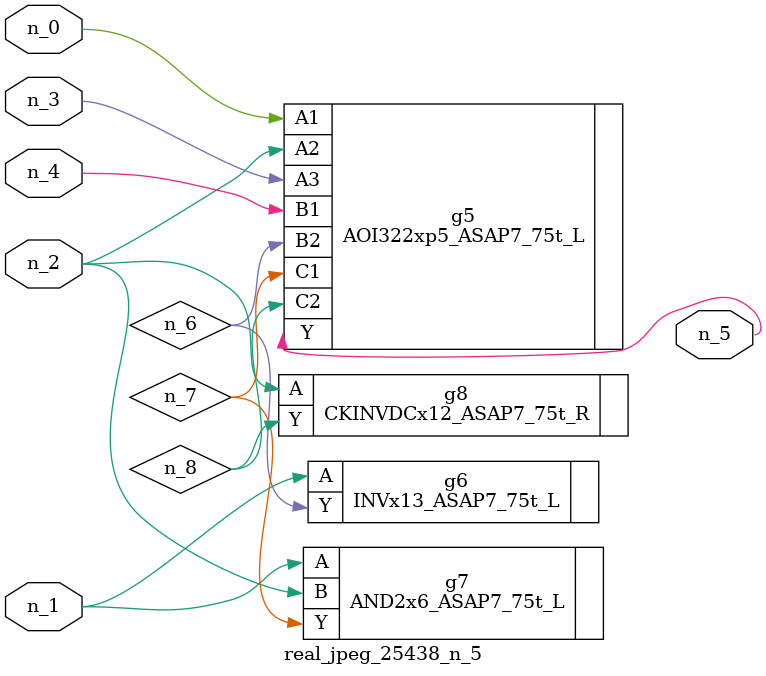
<source format=v>
module real_jpeg_25438_n_5 (n_4, n_0, n_1, n_2, n_3, n_5);

input n_4;
input n_0;
input n_1;
input n_2;
input n_3;

output n_5;

wire n_8;
wire n_6;
wire n_7;

AOI322xp5_ASAP7_75t_L g5 ( 
.A1(n_0),
.A2(n_2),
.A3(n_3),
.B1(n_4),
.B2(n_6),
.C1(n_7),
.C2(n_8),
.Y(n_5)
);

INVx13_ASAP7_75t_L g6 ( 
.A(n_1),
.Y(n_6)
);

AND2x6_ASAP7_75t_L g7 ( 
.A(n_1),
.B(n_2),
.Y(n_7)
);

CKINVDCx12_ASAP7_75t_R g8 ( 
.A(n_2),
.Y(n_8)
);


endmodule
</source>
